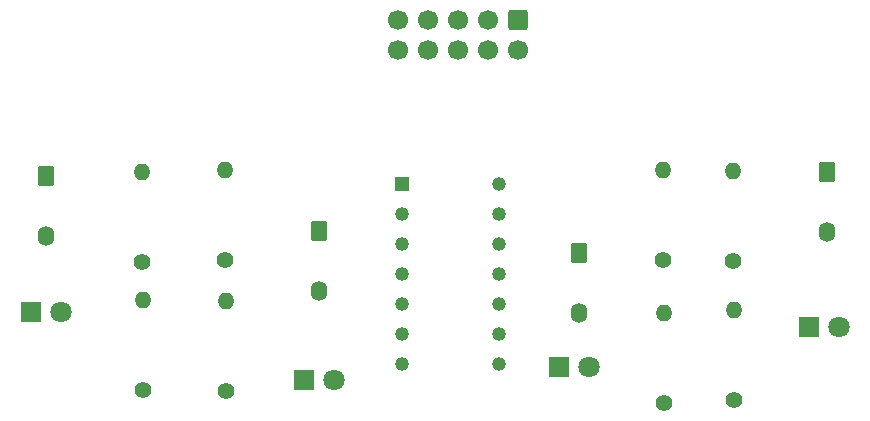
<source format=gbr>
%TF.GenerationSoftware,KiCad,Pcbnew,6.0.6-3a73a75311~116~ubuntu20.04.1*%
%TF.CreationDate,2022-08-01T12:42:22+05:30*%
%TF.ProjectId,LSA,4c53412e-6b69-4636-9164-5f7063625858,rev?*%
%TF.SameCoordinates,Original*%
%TF.FileFunction,Soldermask,Top*%
%TF.FilePolarity,Negative*%
%FSLAX46Y46*%
G04 Gerber Fmt 4.6, Leading zero omitted, Abs format (unit mm)*
G04 Created by KiCad (PCBNEW 6.0.6-3a73a75311~116~ubuntu20.04.1) date 2022-08-01 12:42:22*
%MOMM*%
%LPD*%
G01*
G04 APERTURE LIST*
G04 Aperture macros list*
%AMRoundRect*
0 Rectangle with rounded corners*
0 $1 Rounding radius*
0 $2 $3 $4 $5 $6 $7 $8 $9 X,Y pos of 4 corners*
0 Add a 4 corners polygon primitive as box body*
4,1,4,$2,$3,$4,$5,$6,$7,$8,$9,$2,$3,0*
0 Add four circle primitives for the rounded corners*
1,1,$1+$1,$2,$3*
1,1,$1+$1,$4,$5*
1,1,$1+$1,$6,$7*
1,1,$1+$1,$8,$9*
0 Add four rect primitives between the rounded corners*
20,1,$1+$1,$2,$3,$4,$5,0*
20,1,$1+$1,$4,$5,$6,$7,0*
20,1,$1+$1,$6,$7,$8,$9,0*
20,1,$1+$1,$8,$9,$2,$3,0*%
G04 Aperture macros list end*
%ADD10R,1.800000X1.800000*%
%ADD11C,1.800000*%
%ADD12RoundRect,0.250000X-0.600000X0.600000X-0.600000X-0.600000X0.600000X-0.600000X0.600000X0.600000X0*%
%ADD13C,1.700000*%
%ADD14C,1.400000*%
%ADD15O,1.400000X1.400000*%
%ADD16RoundRect,0.249200X-0.450800X0.600800X-0.450800X-0.600800X0.450800X-0.600800X0.450800X0.600800X0*%
%ADD17O,1.400000X1.700000*%
%ADD18R,1.180000X1.180000*%
%ADD19C,1.180000*%
G04 APERTURE END LIST*
D10*
%TO.C,D4*%
X118125000Y-88000000D03*
D11*
X120665000Y-88000000D03*
%TD*%
D12*
%TO.C,J1*%
X93500000Y-62000000D03*
D13*
X93500000Y-64540000D03*
X90960000Y-62000000D03*
X90960000Y-64540000D03*
X88420000Y-62000000D03*
X88420000Y-64540000D03*
X85880000Y-62000000D03*
X85880000Y-64540000D03*
X83340000Y-62000000D03*
X83340000Y-64540000D03*
%TD*%
D14*
%TO.C,R4*%
X111800000Y-94210000D03*
D15*
X111800000Y-86590000D03*
%TD*%
D14*
%TO.C,R6*%
X68700000Y-82310000D03*
D15*
X68700000Y-74690000D03*
%TD*%
D14*
%TO.C,R8*%
X111700000Y-82410000D03*
D15*
X111700000Y-74790000D03*
%TD*%
D10*
%TO.C,D1*%
X52325000Y-86700000D03*
D11*
X54865000Y-86700000D03*
%TD*%
%TO.C,D3*%
X99565000Y-91400000D03*
D10*
X97025000Y-91400000D03*
%TD*%
D14*
%TO.C,R3*%
X105900000Y-94410000D03*
D15*
X105900000Y-86790000D03*
%TD*%
D16*
%TO.C,P3*%
X98700000Y-81700000D03*
D17*
X98700000Y-86780000D03*
%TD*%
D10*
%TO.C,D2*%
X75425000Y-92500000D03*
D11*
X77965000Y-92500000D03*
%TD*%
D14*
%TO.C,R5*%
X61700000Y-82510000D03*
D15*
X61700000Y-74890000D03*
%TD*%
D16*
%TO.C,P4*%
X119700000Y-74860000D03*
D17*
X119700000Y-79940000D03*
%TD*%
D18*
%TO.C,U1*%
X83685000Y-75880000D03*
D19*
X83685000Y-78420000D03*
X83685000Y-80960000D03*
X83685000Y-83500000D03*
X83685000Y-86040000D03*
X83685000Y-88580000D03*
X83685000Y-91120000D03*
X91940000Y-91120000D03*
X91940000Y-88580000D03*
X91940000Y-86040000D03*
X91940000Y-83500000D03*
X91940000Y-80960000D03*
X91940000Y-78420000D03*
X91940000Y-75880000D03*
%TD*%
D16*
%TO.C,P1*%
X53600000Y-75200000D03*
D17*
X53600000Y-80280000D03*
%TD*%
D14*
%TO.C,R2*%
X68800000Y-93410000D03*
D15*
X68800000Y-85790000D03*
%TD*%
D16*
%TO.C,P2*%
X76700000Y-79860000D03*
D17*
X76700000Y-84940000D03*
%TD*%
D14*
%TO.C,R7*%
X105800000Y-82310000D03*
D15*
X105800000Y-74690000D03*
%TD*%
D14*
%TO.C,R1*%
X61800000Y-93310000D03*
D15*
X61800000Y-85690000D03*
%TD*%
M02*

</source>
